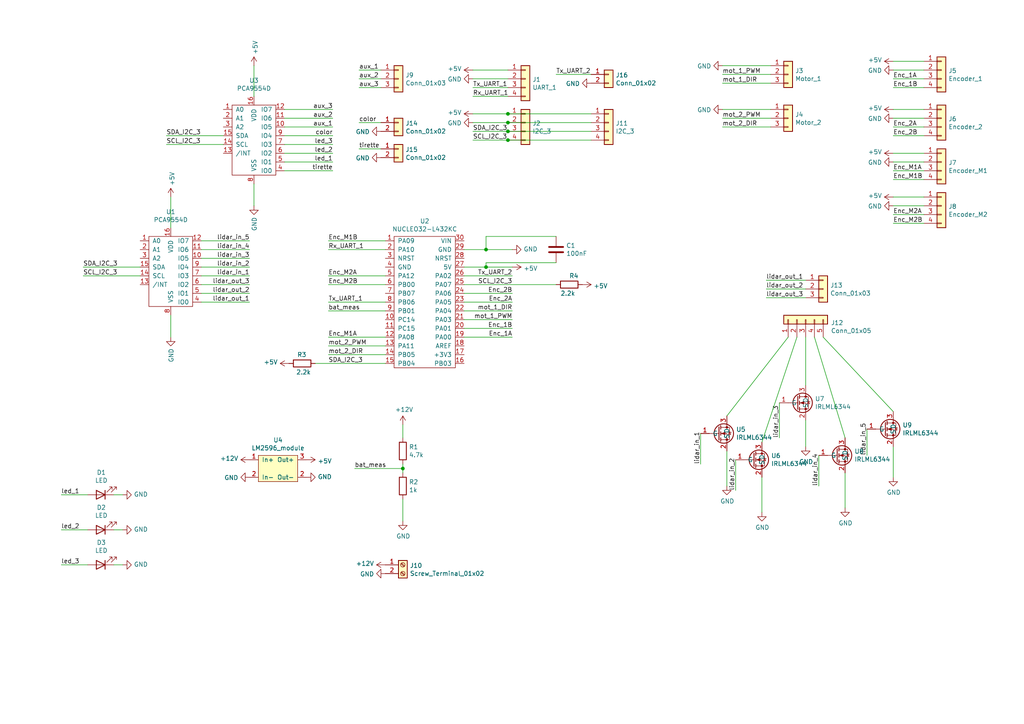
<source format=kicad_sch>
(kicad_sch (version 20211123) (generator eeschema)
  (paper "A4")
  (lib_symbols
    (symbol "Connector:Screw_Terminal_01x02" (pin_names (offset 1.016) hide)
      (property "Reference" "J" (at 0 2.54 0))
      (property "Value" "Screw_Terminal_01x02" (at 0 -5.08 0))
      (symbol "Screw_Terminal_01x02_1_1"
        (rectangle (start -1.27 1.27) (end 1.27 -3.81) (stroke (width 0.254)) (fill (type background)))
        (circle (center 0 -2.54) (radius 0.635) (stroke (width 0.1524)))
        (polyline (pts (xy -0.5334 -2.2098) (xy 0.3302 -3.048)) (stroke (width 0.1524)))
        (polyline (pts (xy -0.5334 0.3302) (xy 0.3302 -0.508)) (stroke (width 0.1524)))
        (polyline (pts (xy -0.3556 -2.032) (xy 0.508 -2.8702)) (stroke (width 0.1524)))
        (polyline (pts (xy -0.3556 0.508) (xy 0.508 -0.3302)) (stroke (width 0.1524)))
        (circle (center 0 0) (radius 0.635) (stroke (width 0.1524)))
        (pin passive line (at -5.08 0 0) (length 3.81) (name "Pin_1") (number "1"))
        (pin passive line (at -5.08 -2.54 0) (length 3.81) (name "Pin_2") (number "2"))
      )
    )
    (symbol "Connector_Generic:Conn_01x02" (pin_names (offset 1.016) hide)
      (property "Reference" "J" (at 0 2.54 0))
      (property "Value" "Conn_01x02" (at 0 -5.08 0))
      (symbol "Conn_01x02_1_1"
        (rectangle (start -1.27 -2.413) (end 0 -2.667) (stroke (width 0.1524)))
        (rectangle (start -1.27 0.127) (end 0 -0.127) (stroke (width 0.1524)))
        (rectangle (start -1.27 1.27) (end 1.27 -3.81) (stroke (width 0.254)) (fill (type background)))
        (pin passive line (at -5.08 0 0) (length 3.81) (name "Pin_1") (number "1"))
        (pin passive line (at -5.08 -2.54 0) (length 3.81) (name "Pin_2") (number "2"))
      )
    )
    (symbol "Connector_Generic:Conn_01x03" (pin_names (offset 1.016) hide)
      (property "Reference" "J" (at 0 5.08 0))
      (property "Value" "Conn_01x03" (at 0 -5.08 0))
      (symbol "Conn_01x03_1_1"
        (rectangle (start -1.27 -2.413) (end 0 -2.667) (stroke (width 0.1524)))
        (rectangle (start -1.27 0.127) (end 0 -0.127) (stroke (width 0.1524)))
        (rectangle (start -1.27 2.667) (end 0 2.413) (stroke (width 0.1524)))
        (rectangle (start -1.27 3.81) (end 1.27 -3.81) (stroke (width 0.254)) (fill (type background)))
        (pin passive line (at -5.08 2.54 0) (length 3.81) (name "Pin_1") (number "1"))
        (pin passive line (at -5.08 0 0) (length 3.81) (name "Pin_2") (number "2"))
        (pin passive line (at -5.08 -2.54 0) (length 3.81) (name "Pin_3") (number "3"))
      )
    )
    (symbol "Connector_Generic:Conn_01x04" (pin_names (offset 1.016) hide)
      (property "Reference" "J" (at 0 5.08 0))
      (property "Value" "Conn_01x04" (at 0 -7.62 0))
      (symbol "Conn_01x04_1_1"
        (rectangle (start -1.27 -4.953) (end 0 -5.207) (stroke (width 0.1524)))
        (rectangle (start -1.27 -2.413) (end 0 -2.667) (stroke (width 0.1524)))
        (rectangle (start -1.27 0.127) (end 0 -0.127) (stroke (width 0.1524)))
        (rectangle (start -1.27 2.667) (end 0 2.413) (stroke (width 0.1524)))
        (rectangle (start -1.27 3.81) (end 1.27 -6.35) (stroke (width 0.254)) (fill (type background)))
        (pin passive line (at -5.08 2.54 0) (length 3.81) (name "Pin_1") (number "1"))
        (pin passive line (at -5.08 0 0) (length 3.81) (name "Pin_2") (number "2"))
        (pin passive line (at -5.08 -2.54 0) (length 3.81) (name "Pin_3") (number "3"))
        (pin passive line (at -5.08 -5.08 0) (length 3.81) (name "Pin_4") (number "4"))
      )
    )
    (symbol "Connector_Generic:Conn_01x05" (pin_names (offset 1.016) hide)
      (property "Reference" "J" (at 0 7.62 0))
      (property "Value" "Conn_01x05" (at 0 -7.62 0))
      (symbol "Conn_01x05_1_1"
        (rectangle (start -1.27 -4.953) (end 0 -5.207) (stroke (width 0.1524)))
        (rectangle (start -1.27 -2.413) (end 0 -2.667) (stroke (width 0.1524)))
        (rectangle (start -1.27 0.127) (end 0 -0.127) (stroke (width 0.1524)))
        (rectangle (start -1.27 2.667) (end 0 2.413) (stroke (width 0.1524)))
        (rectangle (start -1.27 5.207) (end 0 4.953) (stroke (width 0.1524)))
        (rectangle (start -1.27 6.35) (end 1.27 -6.35) (stroke (width 0.254)) (fill (type background)))
        (pin passive line (at -5.08 5.08 0) (length 3.81) (name "Pin_1") (number "1"))
        (pin passive line (at -5.08 2.54 0) (length 3.81) (name "Pin_2") (number "2"))
        (pin passive line (at -5.08 0 0) (length 3.81) (name "Pin_3") (number "3"))
        (pin passive line (at -5.08 -2.54 0) (length 3.81) (name "Pin_4") (number "4"))
        (pin passive line (at -5.08 -5.08 0) (length 3.81) (name "Pin_5") (number "5"))
      )
    )
    (symbol "Device:C" (pin_numbers hide) (pin_names (offset 0.254))
      (property "Reference" "C" (at 0.635 2.54 0))
      (property "Value" "C" (at 0.635 -2.54 0))
      (symbol "C_0_1"
        (polyline (pts (xy -2.032 -0.762) (xy 2.032 -0.762)) (stroke (width 0.508)))
        (polyline (pts (xy -2.032 0.762) (xy 2.032 0.762)) (stroke (width 0.508)))
      )
      (symbol "C_1_1"
        (pin passive line (at 0 3.81 270) (length 2.794) (name "~") (number "1"))
        (pin passive line (at 0 -3.81 90) (length 2.794) (name "~") (number "2"))
      )
    )
    (symbol "Device:LED" (pin_numbers hide) (pin_names (offset 1.016) hide)
      (property "Reference" "D" (at 0 2.54 0))
      (property "Value" "LED" (at 0 -2.54 0))
      (symbol "LED_0_1"
        (polyline (pts (xy -1.27 -1.27) (xy -1.27 1.27)) (stroke (width 0.254)))
        (polyline (pts (xy -1.27 0) (xy 1.27 0)))
        (polyline (pts (xy 1.27 -1.27) (xy 1.27 1.27) (xy -1.27 0) (xy 1.27 -1.27)) (stroke (width 0.254)))
        (polyline (pts (xy -3.048 -0.762) (xy -4.572 -2.286) (xy -3.81 -2.286) (xy -4.572 -2.286) (xy -4.572 -1.524)))
        (polyline (pts (xy -1.778 -0.762) (xy -3.302 -2.286) (xy -2.54 -2.286) (xy -3.302 -2.286) (xy -3.302 -1.524)))
      )
      (symbol "LED_1_1"
        (pin passive line (at -3.81 0 0) (length 2.54) (name "K") (number "1"))
        (pin passive line (at 3.81 0 180) (length 2.54) (name "A") (number "2"))
      )
    )
    (symbol "Device:R" (pin_numbers hide) (pin_names (offset 0))
      (property "Reference" "R" (at 2.032 0 90))
      (property "Value" "R" (at 0 0 90))
      (symbol "R_0_1"
        (rectangle (start -1.016 -2.54) (end 1.016 2.54) (stroke (width 0.254)))
      )
      (symbol "R_1_1"
        (pin passive line (at 0 3.81 270) (length 1.27) (name "~") (number "1"))
        (pin passive line (at 0 -3.81 90) (length 1.27) (name "~") (number "2"))
      )
    )
    (symbol "power:+12V" (power) (pin_names (offset 0))
      (property "Value" "+12V" (at 0 3.556 0))
      (symbol "+12V_0_1"
        (polyline (pts (xy -0.762 1.27) (xy 0 2.54)))
        (polyline (pts (xy 0 0) (xy 0 2.54)))
        (polyline (pts (xy 0 2.54) (xy 0.762 1.27)))
      )
      (symbol "+12V_1_1"
        (pin power_in line (at 0 0 90) (length 0) hide (name "+12V") (number "1"))
      )
    )
    (symbol "power:+5V" (power) (pin_names (offset 0))
      (property "Value" "+5V" (at 0 3.556 0))
      (symbol "+5V_0_1"
        (polyline (pts (xy -0.762 1.27) (xy 0 2.54)))
        (polyline (pts (xy 0 0) (xy 0 2.54)))
        (polyline (pts (xy 0 2.54) (xy 0.762 1.27)))
      )
      (symbol "+5V_1_1"
        (pin power_in line (at 0 0 90) (length 0) hide (name "+5V") (number "1"))
      )
    )
    (symbol "power:GND" (power) (pin_names (offset 0))
      (property "Value" "GND" (at 0 -3.81 0))
      (symbol "GND_0_1"
        (polyline (pts (xy 0 0) (xy 0 -1.27) (xy 1.27 -1.27) (xy 0 -2.54) (xy -1.27 -1.27) (xy 0 -1.27)))
      )
      (symbol "GND_1_1"
        (pin power_in line (at 0 0 270) (length 0) hide (name "GND") (number "1"))
      )
    )
    (symbol "robotA_2020-rescue:IRLML6344-mySymbols" (pin_names (offset 1.016))
      (property "Reference" "U" (at 2.54 3.81 0))
      (property "Value" "IRLML6344-mySymbols" (at -7.62 3.81 0))
      (symbol "IRLML6344-mySymbols_1_1"
        (circle (center -0.889 0) (radius 2.8194) (stroke (width 0.254)))
        (circle (center 0 -1.778) (radius 0.2794) (fill (type outline)))
        (polyline (pts (xy -5.08 0) (xy -2.286 0)))
        (polyline (pts (xy -1.778 -1.778) (xy 0 -1.778)))
        (polyline (pts (xy -1.778 -1.27) (xy -1.778 -2.286)) (stroke (width 0.254)))
        (polyline (pts (xy -1.778 0) (xy 0 0)))
        (polyline (pts (xy -1.778 0.508) (xy -1.778 -0.508)) (stroke (width 0.254)))
        (polyline (pts (xy -1.778 1.778) (xy 0 1.778)))
        (polyline (pts (xy -1.778 2.286) (xy -1.778 1.27)) (stroke (width 0.254)))
        (polyline (pts (xy 0 -1.778) (xy 0 -2.54)))
        (polyline (pts (xy 0 -1.778) (xy 0 0)))
        (polyline (pts (xy 0 2.54) (xy 0 1.778)))
        (polyline (pts (xy -2.286 1.905) (xy -2.286 -1.905) (xy -2.286 -1.905)) (stroke (width 0.254)))
        (polyline (pts (xy -1.524 0) (xy -0.508 0.381) (xy -0.508 -0.381) (xy -1.524 0)) (fill (type outline)))
        (polyline (pts (xy 0 -1.778) (xy 0.762 -1.778) (xy 0.762 1.778) (xy 0 1.778)))
        (polyline (pts (xy 0.254 0.508) (xy 0.381 0.381) (xy 1.143 0.381) (xy 1.27 0.254)))
        (polyline (pts (xy 0.762 0.381) (xy 0.381 -0.254) (xy 1.143 -0.254) (xy 0.762 0.381)))
        (circle (center 0 1.778) (radius 0.2794) (fill (type outline)))
        (pin input line (at -7.62 0 0) (length 2.54) (name "G") (number "1"))
        (pin passive line (at 0 -5.08 90) (length 2.54) (name "S") (number "2"))
        (pin passive line (at 0 5.08 270) (length 2.54) (name "D") (number "3"))
      )
    )
    (symbol "robotA_2020-rescue:LM2596_module-mySymbols" (pin_names (offset 1.016))
      (property "Reference" "U" (at -3.81 5.08 0))
      (property "Value" "LM2596_module-mySymbols" (at 1.27 -5.08 0))
      (symbol "LM2596_module-mySymbols_0_1"
        (rectangle (start -5.08 3.81) (end 6.35 -3.81) (fill (type background)))
      )
      (symbol "LM2596_module-mySymbols_1_1"
        (pin power_in line (at -7.62 2.54 0) (length 2.54) (name "In+") (number "1"))
        (pin power_in line (at -7.62 -2.54 0) (length 2.54) (name "In-") (number "2"))
        (pin power_out line (at 8.89 -2.54 180) (length 2.54) (name "Out-") (number "2"))
        (pin power_out line (at 8.89 2.54 180) (length 2.54) (name "Out+") (number "3"))
      )
    )
    (symbol "robotA_2020-rescue:NUCLEO32-L432KC-mySymbols" (pin_names (offset 1.016))
      (property "Reference" "U" (at -5.08 20.32 0))
      (property "Value" "NUCLEO32-L432KC-mySymbols" (at 0 -20.32 0))
      (symbol "NUCLEO32-L432KC-mySymbols_0_1"
        (rectangle (start -8.89 19.05) (end 8.89 -19.05))
      )
      (symbol "NUCLEO32-L432KC-mySymbols_1_1"
        (pin bidirectional line (at -11.43 17.78 0) (length 2.54) (name "PA09") (number "1"))
        (pin bidirectional line (at -11.43 -5.08 0) (length 2.54) (name "PC14") (number "10"))
        (pin bidirectional line (at -11.43 -7.62 0) (length 2.54) (name "PC15") (number "11"))
        (pin bidirectional line (at -11.43 -10.16 0) (length 2.54) (name "PA08") (number "12"))
        (pin bidirectional line (at -11.43 -12.7 0) (length 2.54) (name "PA11") (number "13"))
        (pin bidirectional line (at -11.43 -15.24 0) (length 2.54) (name "PB05") (number "14"))
        (pin bidirectional line (at -11.43 -17.78 0) (length 2.54) (name "PB04") (number "15"))
        (pin bidirectional line (at 11.43 -17.78 180) (length 2.54) (name "PB03") (number "16"))
        (pin power_in line (at 11.43 -15.24 180) (length 2.54) (name "+3V3") (number "17"))
        (pin input line (at 11.43 -12.7 180) (length 2.54) (name "AREF") (number "18"))
        (pin bidirectional line (at 11.43 -10.16 180) (length 2.54) (name "PA00") (number "19"))
        (pin bidirectional line (at -11.43 15.24 0) (length 2.54) (name "PA10") (number "2"))
        (pin bidirectional line (at 11.43 -7.62 180) (length 2.54) (name "PA01") (number "20"))
        (pin bidirectional line (at 11.43 -5.08 180) (length 2.54) (name "PA03") (number "21"))
        (pin bidirectional line (at 11.43 -2.54 180) (length 2.54) (name "PA04") (number "22"))
        (pin bidirectional line (at 11.43 0 180) (length 2.54) (name "PA05") (number "23"))
        (pin bidirectional line (at 11.43 2.54 180) (length 2.54) (name "PA06") (number "24"))
        (pin bidirectional line (at 11.43 5.08 180) (length 2.54) (name "PA07") (number "25"))
        (pin bidirectional line (at 11.43 7.62 180) (length 2.54) (name "PA02") (number "26"))
        (pin power_in line (at 11.43 10.16 180) (length 2.54) (name "5V") (number "27"))
        (pin input line (at 11.43 12.7 180) (length 2.54) (name "NRST") (number "28"))
        (pin power_in line (at 11.43 15.24 180) (length 2.54) (name "GND") (number "29"))
        (pin input line (at -11.43 12.7 0) (length 2.54) (name "NRST") (number "3"))
        (pin power_in line (at 11.43 17.78 180) (length 2.54) (name "VIN") (number "30"))
        (pin power_in line (at -11.43 10.16 0) (length 2.54) (name "GND") (number "4"))
        (pin bidirectional line (at -11.43 7.62 0) (length 2.54) (name "PA12") (number "5"))
        (pin bidirectional line (at -11.43 5.08 0) (length 2.54) (name "PB00") (number "6"))
        (pin bidirectional line (at -11.43 2.54 0) (length 2.54) (name "PB07") (number "7"))
        (pin bidirectional line (at -11.43 0 0) (length 2.54) (name "PB06") (number "8"))
        (pin bidirectional line (at -11.43 -2.54 0) (length 2.54) (name "PB01") (number "9"))
      )
    )
    (symbol "robotA_2020-rescue:PCA9554D-mySymbols" (pin_names (offset 1.016))
      (property "Reference" "U" (at 2.54 11.43 0))
      (property "Value" "PCA9554D-mySymbols" (at 5.08 -11.43 0))
      (symbol "PCA9554D-mySymbols_0_1"
        (rectangle (start -6.35 10.16) (end 6.35 -10.16))
      )
      (symbol "PCA9554D-mySymbols_1_1"
        (pin input line (at -8.89 8.89 0) (length 2.54) (name "A0") (number "1"))
        (pin bidirectional line (at 8.89 3.81 180) (length 2.54) (name "IO5") (number "10"))
        (pin bidirectional line (at 8.89 6.35 180) (length 2.54) (name "IO6") (number "11"))
        (pin bidirectional line (at 8.89 8.89 180) (length 2.54) (name "IO7") (number "12"))
        (pin output line (at -8.89 -3.81 0) (length 2.54) (name "/INT") (number "13"))
        (pin open_collector line (at -8.89 -1.27 0) (length 2.54) (name "SCL") (number "14"))
        (pin open_collector line (at -8.89 1.27 0) (length 2.54) (name "SDA") (number "15"))
        (pin power_in line (at 0 12.7 270) (length 2.54) (name "VDD") (number "16"))
        (pin input line (at -8.89 6.35 0) (length 2.54) (name "A1") (number "2"))
        (pin input line (at -8.89 3.81 0) (length 2.54) (name "A2") (number "3"))
        (pin bidirectional line (at 8.89 -8.89 180) (length 2.54) (name "IO0") (number "4"))
        (pin bidirectional line (at 8.89 -6.35 180) (length 2.54) (name "IO1") (number "5"))
        (pin bidirectional line (at 8.89 -3.81 180) (length 2.54) (name "IO2") (number "6"))
        (pin bidirectional line (at 8.89 -1.27 180) (length 2.54) (name "IO3") (number "7"))
        (pin power_in line (at 0 -12.7 90) (length 2.54) (name "VSS") (number "8"))
        (pin bidirectional line (at 8.89 1.27 180) (length 2.54) (name "IO4") (number "9"))
      )
    )
  )
  (junction (at 147.32 38.1))
  (junction (at 147.32 33.02))
  (junction (at 140.97 72.39))
  (junction (at 147.32 40.64))
  (junction (at 147.32 35.56))
  (junction (at 140.97 77.47))
  (junction (at 116.84 135.89))
  (wire (pts (xy 213.36 133.35) (xy 213.36 142.24)))
  (wire (pts (xy 209.55 31.75) (xy 223.52 31.75)))
  (wire (pts (xy 49.53 91.44) (xy 49.53 97.79)))
  (wire (pts (xy 91.44 105.41) (xy 111.76 105.41)))
  (wire (pts (xy 147.32 35.56) (xy 171.45 35.56)))
  (wire (pts (xy 110.49 43.18) (xy 104.14 43.18)))
  (wire (pts (xy 233.68 81.28) (xy 222.25 81.28)))
  (wire (pts (xy 116.84 134.62) (xy 116.84 135.89)))
  (wire (pts (xy 96.52 44.45) (xy 82.55 44.45)))
  (wire (pts (xy 140.97 76.2) (xy 161.29 76.2)))
  (wire (pts (xy 245.11 137.16) (xy 245.11 147.32)))
  (wire (pts (xy 140.97 77.47) (xy 148.59 77.47)))
  (wire (pts (xy 259.08 46.99) (xy 267.97 46.99)))
  (wire (pts (xy 111.76 72.39) (xy 95.25 72.39)))
  (wire (pts (xy 237.49 132.08) (xy 237.49 140.97)))
  (wire (pts (xy 140.97 68.58) (xy 140.97 72.39)))
  (wire (pts (xy 209.55 34.29) (xy 223.52 34.29)))
  (wire (pts (xy 116.84 135.89) (xy 116.84 137.16)))
  (wire (pts (xy 137.16 27.94) (xy 147.32 27.94)))
  (wire (pts (xy 111.76 87.63) (xy 95.25 87.63)))
  (wire (pts (xy 95.25 82.55) (xy 111.76 82.55)))
  (wire (pts (xy 137.16 33.02) (xy 147.32 33.02)))
  (wire (pts (xy 161.29 68.58) (xy 140.97 68.58)))
  (wire (pts (xy 58.42 80.01) (xy 72.39 80.01)))
  (wire (pts (xy 233.68 86.36) (xy 222.25 86.36)))
  (wire (pts (xy 209.55 36.83) (xy 223.52 36.83)))
  (wire (pts (xy 25.4 143.51) (xy 17.78 143.51)))
  (wire (pts (xy 259.08 62.23) (xy 267.97 62.23)))
  (wire (pts (xy 73.66 53.34) (xy 73.66 59.69)))
  (wire (pts (xy 137.16 20.32) (xy 147.32 20.32)))
  (wire (pts (xy 259.08 52.07) (xy 267.97 52.07)))
  (wire (pts (xy 140.97 72.39) (xy 148.59 72.39)))
  (wire (pts (xy 40.64 80.01) (xy 24.13 80.01)))
  (wire (pts (xy 64.77 41.91) (xy 48.26 41.91)))
  (wire (pts (xy 259.08 20.32) (xy 267.97 20.32)))
  (wire (pts (xy 95.25 69.85) (xy 111.76 69.85)))
  (wire (pts (xy 147.32 38.1) (xy 171.45 38.1)))
  (wire (pts (xy 82.55 41.91) (xy 96.52 41.91)))
  (wire (pts (xy 267.97 44.45) (xy 259.08 44.45)))
  (wire (pts (xy 259.08 49.53) (xy 267.97 49.53)))
  (wire (pts (xy 95.25 102.87) (xy 111.76 102.87)))
  (wire (pts (xy 220.98 138.43) (xy 220.98 148.59)))
  (wire (pts (xy 58.42 87.63) (xy 72.39 87.63)))
  (wire (pts (xy 134.62 72.39) (xy 140.97 72.39)))
  (wire (pts (xy 210.82 120.65) (xy 228.6 97.79)))
  (wire (pts (xy 209.55 24.13) (xy 223.52 24.13)))
  (wire (pts (xy 134.62 82.55) (xy 161.29 82.55)))
  (wire (pts (xy 137.16 35.56) (xy 147.32 35.56)))
  (wire (pts (xy 110.49 20.32) (xy 104.14 20.32)))
  (wire (pts (xy 259.08 22.86) (xy 267.97 22.86)))
  (wire (pts (xy 25.4 163.83) (xy 17.78 163.83)))
  (wire (pts (xy 220.98 128.27) (xy 231.14 97.79)))
  (wire (pts (xy 33.02 143.51) (xy 35.56 143.51)))
  (wire (pts (xy 110.49 25.4) (xy 104.14 25.4)))
  (wire (pts (xy 82.55 46.99) (xy 96.52 46.99)))
  (wire (pts (xy 96.52 36.83) (xy 82.55 36.83)))
  (wire (pts (xy 102.87 135.89) (xy 116.84 135.89)))
  (wire (pts (xy 111.76 97.79) (xy 95.25 97.79)))
  (wire (pts (xy 137.16 25.4) (xy 147.32 25.4)))
  (wire (pts (xy 96.52 31.75) (xy 82.55 31.75)))
  (wire (pts (xy 137.16 22.86) (xy 147.32 22.86)))
  (wire (pts (xy 33.02 153.67) (xy 35.56 153.67)))
  (wire (pts (xy 209.55 19.05) (xy 223.52 19.05)))
  (wire (pts (xy 134.62 80.01) (xy 148.59 80.01)))
  (wire (pts (xy 259.08 25.4) (xy 267.97 25.4)))
  (wire (pts (xy 48.26 39.37) (xy 64.77 39.37)))
  (wire (pts (xy 233.68 111.76) (xy 233.68 97.79)))
  (wire (pts (xy 111.76 90.17) (xy 95.25 90.17)))
  (wire (pts (xy 134.62 77.47) (xy 140.97 77.47)))
  (wire (pts (xy 259.08 59.69) (xy 267.97 59.69)))
  (wire (pts (xy 140.97 76.2) (xy 140.97 77.47)))
  (wire (pts (xy 148.59 95.25) (xy 134.62 95.25)))
  (wire (pts (xy 267.97 31.75) (xy 259.08 31.75)))
  (wire (pts (xy 233.68 83.82) (xy 222.25 83.82)))
  (wire (pts (xy 259.08 34.29) (xy 267.97 34.29)))
  (wire (pts (xy 134.62 92.71) (xy 148.59 92.71)))
  (wire (pts (xy 116.84 123.19) (xy 116.84 127)))
  (wire (pts (xy 58.42 77.47) (xy 72.39 77.47)))
  (wire (pts (xy 72.39 74.93) (xy 58.42 74.93)))
  (wire (pts (xy 171.45 21.59) (xy 161.29 21.59)))
  (wire (pts (xy 259.08 39.37) (xy 267.97 39.37)))
  (wire (pts (xy 267.97 57.15) (xy 259.08 57.15)))
  (wire (pts (xy 82.55 39.37) (xy 96.52 39.37)))
  (wire (pts (xy 110.49 22.86) (xy 104.14 22.86)))
  (wire (pts (xy 134.62 87.63) (xy 148.59 87.63)))
  (wire (pts (xy 73.66 27.94) (xy 73.66 19.05)))
  (wire (pts (xy 72.39 72.39) (xy 58.42 72.39)))
  (wire (pts (xy 259.08 64.77) (xy 267.97 64.77)))
  (wire (pts (xy 245.11 127) (xy 236.22 97.79)))
  (wire (pts (xy 72.39 69.85) (xy 58.42 69.85)))
  (wire (pts (xy 33.02 163.83) (xy 35.56 163.83)))
  (wire (pts (xy 25.4 153.67) (xy 17.78 153.67)))
  (wire (pts (xy 147.32 40.64) (xy 171.45 40.64)))
  (wire (pts (xy 259.08 36.83) (xy 267.97 36.83)))
  (wire (pts (xy 209.55 21.59) (xy 223.52 21.59)))
  (wire (pts (xy 95.25 80.01) (xy 111.76 80.01)))
  (wire (pts (xy 96.52 34.29) (xy 82.55 34.29)))
  (wire (pts (xy 137.16 38.1) (xy 147.32 38.1)))
  (wire (pts (xy 233.68 121.92) (xy 233.68 129.54)))
  (wire (pts (xy 116.84 144.78) (xy 116.84 151.13)))
  (wire (pts (xy 134.62 97.79) (xy 148.59 97.79)))
  (wire (pts (xy 137.16 40.64) (xy 147.32 40.64)))
  (wire (pts (xy 259.08 129.54) (xy 259.08 138.43)))
  (wire (pts (xy 24.13 77.47) (xy 40.64 77.47)))
  (wire (pts (xy 134.62 85.09) (xy 148.59 85.09)))
  (wire (pts (xy 49.53 66.04) (xy 49.53 57.15)))
  (wire (pts (xy 210.82 130.81) (xy 210.82 140.97)))
  (wire (pts (xy 58.42 85.09) (xy 72.39 85.09)))
  (wire (pts (xy 147.32 33.02) (xy 171.45 33.02)))
  (wire (pts (xy 226.06 116.84) (xy 226.06 127)))
  (wire (pts (xy 203.2 125.73) (xy 203.2 134.62)))
  (wire (pts (xy 110.49 35.56) (xy 104.14 35.56)))
  (wire (pts (xy 72.39 82.55) (xy 58.42 82.55)))
  (wire (pts (xy 267.97 17.78) (xy 259.08 17.78)))
  (wire (pts (xy 134.62 90.17) (xy 148.59 90.17)))
  (wire (pts (xy 82.55 49.53) (xy 96.52 49.53)))
  (wire (pts (xy 259.08 119.38) (xy 238.76 97.79)))
  (wire (pts (xy 251.46 124.46) (xy 251.46 132.08)))
  (wire (pts (xy 111.76 100.33) (xy 95.25 100.33)))
  (label "lidar_out_2" (at 72.39 85.09 180))
  (label "tirette" (at 96.52 49.53 180))
  (label "mot_2_PWM" (at 209.55 34.29 0))
  (label "color" (at 96.52 39.37 180))
  (label "Enc_M2A" (at 259.08 62.23 0))
  (label "lidar_in_4" (at 237.49 140.97 90))
  (label "mot_2_DIR" (at 209.55 36.83 0))
  (label "mot_1_DIR" (at 148.59 90.17 180))
  (label "SCL_I2C_3" (at 48.26 41.91 0))
  (label "lidar_out_2" (at 222.25 83.82 0))
  (label "color" (at 104.14 35.56 0))
  (label "Rx_UART_1" (at 137.16 27.94 0))
  (label "Enc_2A" (at 148.59 87.63 180))
  (label "led_2" (at 96.52 44.45 180))
  (label "mot_1_PWM" (at 209.55 21.59 0))
  (label "Rx_UART_1" (at 95.25 72.39 0))
  (label "SCL_I2C_3" (at 137.16 40.64 0))
  (label "tirette" (at 104.14 43.18 0))
  (label "Enc_2A" (at 259.08 36.83 0))
  (label "Enc_2B" (at 259.08 39.37 0))
  (label "SDA_I2C_3" (at 24.13 77.47 0))
  (label "led_3" (at 17.78 163.83 0))
  (label "SCL_I2C_3" (at 24.13 80.01 0))
  (label "mot_1_DIR" (at 209.55 24.13 0))
  (label "lidar_in_3" (at 226.06 127 90))
  (label "mot_1_PWM" (at 148.59 92.71 180))
  (label "lidar_in_2" (at 72.39 77.47 180))
  (label "bat_meas" (at 102.87 135.89 0))
  (label "Enc_M2B" (at 259.08 64.77 0))
  (label "aux_2" (at 96.52 34.29 180))
  (label "bat_meas" (at 95.25 90.17 0))
  (label "SDA_I2C_3" (at 137.16 38.1 0))
  (label "Tx_UART_1" (at 137.16 25.4 0))
  (label "Enc_M1A" (at 95.25 97.79 0))
  (label "aux_2" (at 104.14 22.86 0))
  (label "lidar_out_1" (at 72.39 87.63 180))
  (label "SDA_I2C_3" (at 95.25 105.41 0))
  (label "Enc_M1B" (at 259.08 52.07 0))
  (label "Enc_M1A" (at 259.08 49.53 0))
  (label "lidar_out_3" (at 222.25 86.36 0))
  (label "lidar_out_3" (at 72.39 82.55 180))
  (label "aux_1" (at 96.52 36.83 180))
  (label "Tx_UART_2" (at 148.59 80.01 180))
  (label "SCL_I2C_3" (at 148.59 82.55 180))
  (label "mot_2_PWM" (at 95.25 100.33 0))
  (label "Enc_1A" (at 148.59 97.79 180))
  (label "led_2" (at 17.78 153.67 0))
  (label "mot_2_DIR" (at 95.25 102.87 0))
  (label "Tx_UART_2" (at 161.29 21.59 0))
  (label "lidar_in_2" (at 213.36 142.24 90))
  (label "Tx_UART_1" (at 95.25 87.63 0))
  (label "led_1" (at 96.52 46.99 180))
  (label "aux_1" (at 104.14 20.32 0))
  (label "Enc_1A" (at 259.08 22.86 0))
  (label "lidar_in_1" (at 203.2 134.62 90))
  (label "aux_3" (at 96.52 31.75 180))
  (label "lidar_out_1" (at 222.25 81.28 0))
  (label "lidar_in_3" (at 72.39 74.93 180))
  (label "led_1" (at 17.78 143.51 0))
  (label "lidar_in_4" (at 72.39 72.39 180))
  (label "led_3" (at 96.52 41.91 180))
  (label "Enc_M1B" (at 95.25 69.85 0))
  (label "lidar_in_5" (at 72.39 69.85 180))
  (label "Enc_2B" (at 148.59 85.09 180))
  (label "aux_3" (at 104.14 25.4 0))
  (label "Enc_M2A" (at 95.25 80.01 0))
  (label "Enc_1B" (at 148.59 95.25 180))
  (label "lidar_in_5" (at 251.46 132.08 90))
  (label "Enc_1B" (at 259.08 25.4 0))
  (label "lidar_in_1" (at 72.39 80.01 180))
  (label "SDA_I2C_3" (at 48.26 39.37 0))
  (label "Enc_M2B" (at 95.25 82.55 0))
  (symbol (lib_id "robotA_2020-rescue:PCA9554D-mySymbols") (at 49.53 78.74 0) (unit 1)
    (property "Reference" "U1" (at 49.53 61.4426 0))
    (property "Value" "PCA9554D" (at 49.53 63.754 0))
    (property "Footprint" "Package_SO:SSOP-16_5.3x6.2mm_P0.65mm" (effects hide))
  )
  (symbol (lib_id "Connector_Generic:Conn_01x04") (at 273.05 20.32 0) (unit 1)
    (property "Reference" "J5" (at 275.082 20.5232 0) (effects (justify left)))
    (property "Value" "Encoder_1" (at 275.082 22.8346 0) (effects (justify left)))
    (property "Footprint" "Connector_JST:JST_EH_B4B-EH-A_1x04_P2.50mm_Vertical" (effects hide))
  )
  (symbol (lib_id "power:GND") (at 259.08 20.32 270) (unit 1)
    (property "Reference" "#PWR010" (effects hide))
    (property "Value" "GND" (at 255.8288 20.447 90) (effects (justify right)))
  )
  (symbol (lib_id "power:+5V") (at 259.08 17.78 90) (unit 1)
    (property "Reference" "#PWR09" (effects hide))
    (property "Value" "+5V" (at 255.8288 17.399 90) (effects (justify left)))
  )
  (symbol (lib_id "Connector_Generic:Conn_01x04") (at 273.05 34.29 0) (unit 1)
    (property "Reference" "J6" (at 275.082 34.4932 0) (effects (justify left)))
    (property "Value" "Encoder_2" (at 275.082 36.8046 0) (effects (justify left)))
    (property "Footprint" "Connector_JST:JST_EH_B4B-EH-A_1x04_P2.50mm_Vertical" (effects hide))
  )
  (symbol (lib_id "power:GND") (at 259.08 34.29 270) (unit 1)
    (property "Reference" "#PWR012" (effects hide))
    (property "Value" "GND" (at 255.8288 34.417 90) (effects (justify right)))
  )
  (symbol (lib_id "power:+5V") (at 259.08 31.75 90) (unit 1)
    (property "Reference" "#PWR011" (effects hide))
    (property "Value" "+5V" (at 255.8288 31.369 90) (effects (justify left)))
  )
  (symbol (lib_id "Connector_Generic:Conn_01x04") (at 273.05 46.99 0) (unit 1)
    (property "Reference" "J7" (at 275.082 47.1932 0) (effects (justify left)))
    (property "Value" "Encoder_M1" (at 275.082 49.5046 0) (effects (justify left)))
    (property "Footprint" "Connector_JST:JST_EH_B4B-EH-A_1x04_P2.50mm_Vertical" (effects hide))
  )
  (symbol (lib_id "power:GND") (at 259.08 46.99 270) (unit 1)
    (property "Reference" "#PWR014" (effects hide))
    (property "Value" "GND" (at 255.8288 47.117 90) (effects (justify right)))
  )
  (symbol (lib_id "power:+5V") (at 259.08 44.45 90) (unit 1)
    (property "Reference" "#PWR013" (effects hide))
    (property "Value" "+5V" (at 255.8288 44.069 90) (effects (justify left)))
  )
  (symbol (lib_id "Connector_Generic:Conn_01x04") (at 273.05 59.69 0) (unit 1)
    (property "Reference" "J8" (at 275.082 59.8932 0) (effects (justify left)))
    (property "Value" "Encoder_M2" (at 275.082 62.2046 0) (effects (justify left)))
    (property "Footprint" "Connector_JST:JST_EH_B4B-EH-A_1x04_P2.50mm_Vertical" (effects hide))
  )
  (symbol (lib_id "power:GND") (at 259.08 59.69 270) (unit 1)
    (property "Reference" "#PWR016" (effects hide))
    (property "Value" "GND" (at 255.8288 59.817 90) (effects (justify right)))
  )
  (symbol (lib_id "power:+5V") (at 259.08 57.15 90) (unit 1)
    (property "Reference" "#PWR015" (effects hide))
    (property "Value" "+5V" (at 255.8288 56.769 90) (effects (justify left)))
  )
  (symbol (lib_id "power:+5V") (at 49.53 57.15 0) (unit 1)
    (property "Reference" "#PWR0105" (effects hide))
    (property "Value" "+5V" (at 49.911 53.8988 90) (effects (justify left)))
  )
  (symbol (lib_id "power:GND") (at 49.53 97.79 0) (unit 1)
    (property "Reference" "#PWR0106" (effects hide))
    (property "Value" "GND" (at 49.657 101.0412 90) (effects (justify right)))
  )
  (symbol (lib_id "Connector_Generic:Conn_01x03") (at 228.6 21.59 0) (unit 1)
    (property "Reference" "J3" (at 230.632 20.5232 0) (effects (justify left)))
    (property "Value" "Motor_1" (at 230.632 22.8346 0) (effects (justify left)))
    (property "Footprint" "Connector_JST:JST_EH_B3B-EH-A_1x03_P2.50mm_Vertical" (effects hide))
  )
  (symbol (lib_id "Connector:Screw_Terminal_01x02") (at 116.84 163.83 0) (unit 1)
    (property "Reference" "J10" (at 118.872 164.0332 0) (effects (justify left)))
    (property "Value" "Screw_Terminal_01x02" (at 118.872 166.3446 0) (effects (justify left)))
    (property "Footprint" "TerminalBlock_4Ucon:TerminalBlock_4Ucon_1x02_P3.50mm_Vertical" (effects hide))
  )
  (symbol (lib_id "power:+12V") (at 111.76 163.83 90) (unit 1)
    (property "Reference" "#PWR0107" (effects hide))
    (property "Value" "+12V" (at 108.5088 163.449 90) (effects (justify left)))
  )
  (symbol (lib_id "power:GND") (at 111.76 166.37 270) (unit 1)
    (property "Reference" "#PWR0108" (effects hide))
    (property "Value" "GND" (at 108.5088 166.497 90) (effects (justify right)))
  )
  (symbol (lib_id "power:GND") (at 209.55 19.05 270) (unit 1)
    (property "Reference" "#PWR05" (effects hide))
    (property "Value" "GND" (at 206.2988 19.177 90) (effects (justify right)))
  )
  (symbol (lib_id "Connector_Generic:Conn_01x03") (at 228.6 34.29 0) (unit 1)
    (property "Reference" "J4" (at 230.632 33.2232 0) (effects (justify left)))
    (property "Value" "Motor_2" (at 230.632 35.5346 0) (effects (justify left)))
    (property "Footprint" "Connector_JST:JST_EH_B3B-EH-A_1x03_P2.50mm_Vertical" (effects hide))
  )
  (symbol (lib_id "power:GND") (at 209.55 31.75 270) (unit 1)
    (property "Reference" "#PWR06" (effects hide))
    (property "Value" "GND" (at 206.2988 31.877 90) (effects (justify right)))
  )
  (symbol (lib_id "Connector_Generic:Conn_01x04") (at 152.4 22.86 0) (unit 1)
    (property "Reference" "J1" (at 154.432 23.0632 0) (effects (justify left)))
    (property "Value" "UART_1" (at 154.432 25.3746 0) (effects (justify left)))
    (property "Footprint" "Connector_JST:JST_EH_B4B-EH-A_1x04_P2.50mm_Vertical" (effects hide))
  )
  (symbol (lib_id "power:+5V") (at 137.16 20.32 90) (unit 1)
    (property "Reference" "#PWR01" (effects hide))
    (property "Value" "+5V" (at 133.9088 19.939 90) (effects (justify left)))
  )
  (symbol (lib_id "power:GND") (at 137.16 22.86 270) (unit 1)
    (property "Reference" "#PWR02" (effects hide))
    (property "Value" "GND" (at 133.9088 22.987 90) (effects (justify right)))
  )
  (symbol (lib_id "Connector_Generic:Conn_01x04") (at 152.4 35.56 0) (unit 1)
    (property "Reference" "J2" (at 154.432 35.7632 0) (effects (justify left)))
    (property "Value" "I2C_3" (at 154.432 38.0746 0) (effects (justify left)))
    (property "Footprint" "Connector_JST:JST_EH_B4B-EH-A_1x04_P2.50mm_Vertical" (effects hide))
  )
  (symbol (lib_id "power:+5V") (at 137.16 33.02 90) (unit 1)
    (property "Reference" "#PWR03" (effects hide))
    (property "Value" "+5V" (at 133.9088 32.639 90) (effects (justify left)))
  )
  (symbol (lib_id "power:GND") (at 137.16 35.56 270) (unit 1)
    (property "Reference" "#PWR04" (effects hide))
    (property "Value" "GND" (at 133.9088 35.687 90) (effects (justify right)))
  )
  (symbol (lib_id "Device:R") (at 116.84 130.81 0) (unit 1)
    (property "Reference" "R1" (at 118.618 129.6416 0) (effects (justify left)))
    (property "Value" "4.7k" (at 118.618 131.953 0) (effects (justify left)))
    (property "Footprint" "Resistor_SMD:R_0805_2012Metric" (effects hide))
  )
  (symbol (lib_id "Device:R") (at 116.84 140.97 0) (unit 1)
    (property "Reference" "R2" (at 118.618 139.8016 0) (effects (justify left)))
    (property "Value" "1k" (at 118.618 142.113 0) (effects (justify left)))
    (property "Footprint" "Resistor_SMD:R_0805_2012Metric" (effects hide))
  )
  (symbol (lib_id "power:+12V") (at 116.84 123.19 0) (unit 1)
    (property "Reference" "#PWR07" (effects hide))
    (property "Value" "+12V" (at 117.221 118.7958 0))
  )
  (symbol (lib_id "power:GND") (at 116.84 151.13 0) (unit 1)
    (property "Reference" "#PWR08" (effects hide))
    (property "Value" "GND" (at 116.967 155.5242 0))
  )
  (symbol (lib_id "robotA_2020-rescue:LM2596_module-mySymbols") (at 80.01 135.89 0) (unit 1)
    (property "Reference" "U4" (at 80.645 127.635 0))
    (property "Value" "LM2596_module" (at 80.645 129.9464 0))
    (property "Footprint" "myFootprints:LM2596_module" (effects hide))
  )
  (symbol (lib_id "power:+12V") (at 72.39 133.35 90) (unit 1)
    (property "Reference" "#PWR0101" (effects hide))
    (property "Value" "+12V" (at 69.1388 132.969 90) (effects (justify left)))
  )
  (symbol (lib_id "power:+5V") (at 88.9 133.35 270) (unit 1)
    (property "Reference" "#PWR0102" (effects hide))
    (property "Value" "+5V" (at 92.1512 133.731 90) (effects (justify left)))
  )
  (symbol (lib_id "power:GND") (at 88.9 138.43 90) (unit 1)
    (property "Reference" "#PWR0103" (effects hide))
    (property "Value" "GND" (at 92.1512 138.303 90) (effects (justify right)))
  )
  (symbol (lib_id "power:GND") (at 72.39 138.43 270) (unit 1)
    (property "Reference" "#PWR0104" (effects hide))
    (property "Value" "GND" (at 69.1388 138.557 90) (effects (justify right)))
  )
  (symbol (lib_id "robotA_2020-rescue:PCA9554D-mySymbols") (at 73.66 40.64 0) (unit 1)
    (property "Reference" "U3" (at 73.66 23.3426 0))
    (property "Value" "PCA9554D" (at 73.66 25.654 0))
    (property "Footprint" "Package_SO:SSOP-16_5.3x6.2mm_P0.65mm" (effects hide))
  )
  (symbol (lib_id "power:+5V") (at 73.66 19.05 0) (unit 1)
    (property "Reference" "#PWR0109" (effects hide))
    (property "Value" "+5V" (at 74.041 15.7988 90) (effects (justify left)))
  )
  (symbol (lib_id "power:GND") (at 73.66 59.69 0) (unit 1)
    (property "Reference" "#PWR0110" (effects hide))
    (property "Value" "GND" (at 73.787 62.9412 90) (effects (justify right)))
  )
  (symbol (lib_id "robotA_2020-rescue:IRLML6344-mySymbols") (at 210.82 125.73 0) (unit 1)
    (property "Reference" "U5" (at 213.5124 124.5616 0) (effects (justify left)))
    (property "Value" "IRLML6344" (at 213.5124 126.873 0) (effects (justify left)))
    (property "Footprint" "myFootprints:SOT-23" (effects hide))
    (property "Datasheet" "https://docs-emea.rs-online.com/webdocs/0f87/0900766b80f8731b.pdf" (effects hide))
  )
  (symbol (lib_id "Connector_Generic:Conn_01x05") (at 233.68 92.71 90) (unit 1)
    (property "Reference" "J12" (at 240.9952 93.6244 90) (effects (justify right)))
    (property "Value" "Conn_01x05" (at 240.9952 95.9358 90) (effects (justify right)))
    (property "Footprint" "Connector_JST:JST_EH_B5B-EH-A_1x05_P2.50mm_Vertical" (effects hide))
  )
  (symbol (lib_id "power:GND") (at 210.82 140.97 0) (unit 1)
    (property "Reference" "#PWR0111" (effects hide))
    (property "Value" "GND" (at 210.947 145.3642 0))
  )
  (symbol (lib_id "robotA_2020-rescue:IRLML6344-mySymbols") (at 220.98 133.35 0) (unit 1)
    (property "Reference" "U6" (at 223.6724 132.1816 0) (effects (justify left)))
    (property "Value" "IRLML6344" (at 223.6724 134.493 0) (effects (justify left)))
    (property "Footprint" "myFootprints:SOT-23" (effects hide))
    (property "Datasheet" "https://docs-emea.rs-online.com/webdocs/0f87/0900766b80f8731b.pdf" (effects hide))
  )
  (symbol (lib_id "power:GND") (at 220.98 148.59 0) (unit 1)
    (property "Reference" "#PWR0112" (effects hide))
    (property "Value" "GND" (at 221.107 152.9842 0))
  )
  (symbol (lib_id "robotA_2020-rescue:IRLML6344-mySymbols") (at 233.68 116.84 0) (unit 1)
    (property "Reference" "U7" (at 236.3724 115.6716 0) (effects (justify left)))
    (property "Value" "IRLML6344" (at 236.3724 117.983 0) (effects (justify left)))
    (property "Footprint" "myFootprints:SOT-23" (effects hide))
    (property "Datasheet" "https://docs-emea.rs-online.com/webdocs/0f87/0900766b80f8731b.pdf" (effects hide))
  )
  (symbol (lib_id "power:GND") (at 233.68 129.54 0) (unit 1)
    (property "Reference" "#PWR0113" (effects hide))
    (property "Value" "GND" (at 233.807 133.9342 0))
  )
  (symbol (lib_id "robotA_2020-rescue:IRLML6344-mySymbols") (at 245.11 132.08 0) (unit 1)
    (property "Reference" "U8" (at 247.8024 130.9116 0) (effects (justify left)))
    (property "Value" "IRLML6344" (at 247.8024 133.223 0) (effects (justify left)))
    (property "Footprint" "myFootprints:SOT-23" (effects hide))
    (property "Datasheet" "https://docs-emea.rs-online.com/webdocs/0f87/0900766b80f8731b.pdf" (effects hide))
  )
  (symbol (lib_id "power:GND") (at 245.11 147.32 0) (unit 1)
    (property "Reference" "#PWR0114" (effects hide))
    (property "Value" "GND" (at 245.237 151.7142 0))
  )
  (symbol (lib_id "robotA_2020-rescue:IRLML6344-mySymbols") (at 259.08 124.46 0) (unit 1)
    (property "Reference" "U9" (at 261.7724 123.2916 0) (effects (justify left)))
    (property "Value" "IRLML6344" (at 261.7724 125.603 0) (effects (justify left)))
    (property "Footprint" "myFootprints:SOT-23" (effects hide))
    (property "Datasheet" "https://docs-emea.rs-online.com/webdocs/0f87/0900766b80f8731b.pdf" (effects hide))
  )
  (symbol (lib_id "power:GND") (at 259.08 138.43 0) (unit 1)
    (property "Reference" "#PWR0115" (effects hide))
    (property "Value" "GND" (at 259.207 142.8242 0))
  )
  (symbol (lib_id "Device:LED") (at 29.21 143.51 180) (unit 1)
    (property "Reference" "D1" (at 29.3878 137.033 0))
    (property "Value" "LED" (at 29.3878 139.3444 0))
    (property "Footprint" "LED_SMD:LED_0603_1608Metric" (effects hide))
  )
  (symbol (lib_id "power:GND") (at 35.56 143.51 90) (unit 1)
    (property "Reference" "#PWR0116" (effects hide))
    (property "Value" "GND" (at 38.8112 143.383 90) (effects (justify right)))
  )
  (symbol (lib_id "Device:LED") (at 29.21 153.67 180) (unit 1)
    (property "Reference" "D2" (at 29.3878 147.193 0))
    (property "Value" "LED" (at 29.3878 149.5044 0))
    (property "Footprint" "LED_SMD:LED_0603_1608Metric" (effects hide))
  )
  (symbol (lib_id "power:GND") (at 35.56 153.67 90) (unit 1)
    (property "Reference" "#PWR0117" (effects hide))
    (property "Value" "GND" (at 38.8112 153.543 90) (effects (justify right)))
  )
  (symbol (lib_id "Connector_Generic:Conn_01x02") (at 176.53 21.59 0) (unit 1)
    (property "Reference" "J16" (at 178.562 21.7932 0) (effects (justify left)))
    (property "Value" "Conn_01x02" (at 178.562 24.1046 0) (effects (justify left)))
    (property "Footprint" "Connector_JST:JST_EH_B2B-EH-A_1x02_P2.50mm_Vertical" (effects hide))
  )
  (symbol (lib_id "power:GND") (at 171.45 24.13 270) (unit 1)
    (property "Reference" "#PWR0123" (effects hide))
    (property "Value" "GND" (at 168.1988 24.257 90) (effects (justify right)))
  )
  (symbol (lib_id "Device:LED") (at 29.21 163.83 180) (unit 1)
    (property "Reference" "D3" (at 29.3878 157.353 0))
    (property "Value" "LED" (at 29.3878 159.6644 0))
    (property "Footprint" "LED_SMD:LED_0603_1608Metric" (effects hide))
  )
  (symbol (lib_id "power:GND") (at 35.56 163.83 90) (unit 1)
    (property "Reference" "#PWR0118" (effects hide))
    (property "Value" "GND" (at 38.8112 163.703 90) (effects (justify right)))
  )
  (symbol (lib_id "Connector_Generic:Conn_01x04") (at 176.53 35.56 0) (unit 1)
    (property "Reference" "J11" (at 178.562 35.7632 0) (effects (justify left)))
    (property "Value" "I2C_3" (at 178.562 38.0746 0) (effects (justify left)))
    (property "Footprint" "Connector_JST:JST_EH_B4B-EH-A_1x04_P2.50mm_Vertical" (effects hide))
  )
  (symbol (lib_id "robotA_2020-rescue:NUCLEO32-L432KC-mySymbols") (at 123.19 87.63 0) (unit 1)
    (property "Reference" "U2" (at 123.19 64.135 0))
    (property "Value" "NUCLEO32-L432KC" (at 123.19 66.4464 0))
    (property "Footprint" "myFootprints:NUCLEO32" (effects hide))
    (property "Datasheet" "https://www.st.com/content/ccc/resource/technical/document/user_manual/e3/0e/88/05/e8/74/43/a0/DM00231744.pdf/files/DM00231744.pdf/jcr:content/translations/en.DM00231744.pdf" (effects hide))
  )
  (symbol (lib_id "Connector_Generic:Conn_01x03") (at 115.57 22.86 0) (unit 1)
    (property "Reference" "J9" (at 117.602 21.7932 0) (effects (justify left)))
    (property "Value" "Conn_01x03" (at 117.602 24.1046 0) (effects (justify left)))
    (property "Footprint" "Connector_JST:JST_EH_B3B-EH-A_1x03_P2.50mm_Vertical" (effects hide))
  )
  (symbol (lib_id "Device:R") (at 165.1 82.55 270) (unit 1)
    (property "Reference" "R4" (at 165.1 80.01 90) (effects (justify left)))
    (property "Value" "2.2k" (at 162.56 85.09 90) (effects (justify left)))
    (property "Footprint" "Resistor_SMD:R_0805_2012Metric" (effects hide))
  )
  (symbol (lib_id "power:+5V") (at 168.91 82.55 270) (unit 1)
    (property "Reference" "#PWR0124" (effects hide))
    (property "Value" "+5V" (at 172.1612 82.931 90) (effects (justify left)))
  )
  (symbol (lib_id "Connector_Generic:Conn_01x03") (at 238.76 83.82 0) (unit 1)
    (property "Reference" "J13" (at 240.792 82.7532 0) (effects (justify left)))
    (property "Value" "Conn_01x03" (at 240.792 85.0646 0) (effects (justify left)))
    (property "Footprint" "Connector_JST:JST_EH_B3B-EH-A_1x03_P2.50mm_Vertical" (effects hide))
  )
  (symbol (lib_id "Device:R") (at 87.63 105.41 90) (unit 1)
    (property "Reference" "R3" (at 88.9 102.87 90) (effects (justify left)))
    (property "Value" "2.2k" (at 90.17 107.95 90) (effects (justify left)))
    (property "Footprint" "Resistor_SMD:R_0805_2012Metric" (effects hide))
  )
  (symbol (lib_id "power:+5V") (at 83.82 105.41 90) (unit 1)
    (property "Reference" "#PWR0125" (effects hide))
    (property "Value" "+5V" (at 80.5688 105.029 90) (effects (justify left)))
  )
  (symbol (lib_id "Connector_Generic:Conn_01x02") (at 115.57 35.56 0) (unit 1)
    (property "Reference" "J14" (at 117.602 35.7632 0) (effects (justify left)))
    (property "Value" "Conn_01x02" (at 117.602 38.0746 0) (effects (justify left)))
    (property "Footprint" "Connector_JST:JST_EH_B2B-EH-A_1x02_P2.50mm_Vertical" (effects hide))
  )
  (symbol (lib_id "power:GND") (at 110.49 38.1 270) (unit 1)
    (property "Reference" "#PWR0119" (effects hide))
    (property "Value" "GND" (at 107.2388 38.227 90) (effects (justify right)))
  )
  (symbol (lib_id "Connector_Generic:Conn_01x02") (at 115.57 43.18 0) (unit 1)
    (property "Reference" "J15" (at 117.602 43.3832 0) (effects (justify left)))
    (property "Value" "Conn_01x02" (at 117.602 45.6946 0) (effects (justify left)))
    (property "Footprint" "Connector_JST:JST_EH_B2B-EH-A_1x02_P2.50mm_Vertical" (effects hide))
  )
  (symbol (lib_id "power:GND") (at 110.49 45.72 270) (unit 1)
    (property "Reference" "#PWR0120" (effects hide))
    (property "Value" "GND" (at 107.2388 45.847 90) (effects (justify right)))
  )
  (symbol (lib_id "power:GND") (at 148.59 72.39 90) (unit 1)
    (property "Reference" "#PWR0121" (effects hide))
    (property "Value" "GND" (at 151.8412 72.263 90) (effects (justify right)))
  )
  (symbol (lib_id "power:+5V") (at 148.59 77.47 270) (unit 1)
    (property "Reference" "#PWR0122" (effects hide))
    (property "Value" "+5V" (at 151.8412 77.851 90) (effects (justify left)))
  )
  (symbol (lib_id "Device:C") (at 161.29 72.39 0) (unit 1)
    (property "Reference" "C1" (at 164.211 71.2216 0) (effects (justify left)))
    (property "Value" "100nF" (at 164.211 73.533 0) (effects (justify left)))
    (property "Footprint" "Capacitor_SMD:C_0603_1608Metric_Pad1.05x0.95mm_HandSolder" (effects hide))
  )
)
</source>
